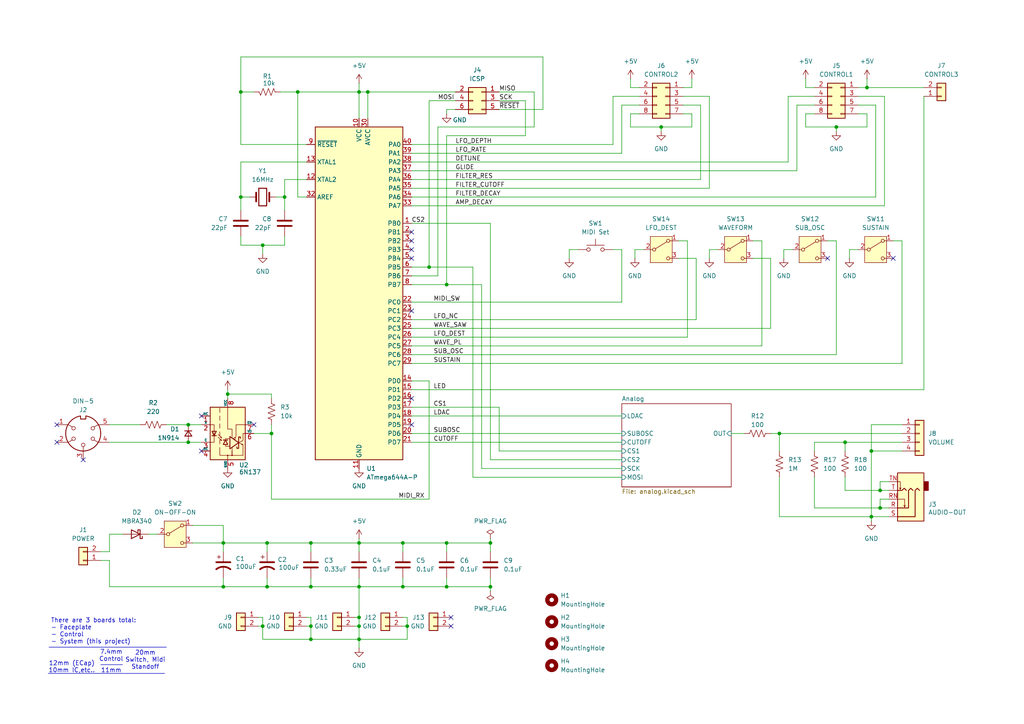
<source format=kicad_sch>
(kicad_sch (version 20250114) (generator "eeschema") (generator_version "9.0")
  (paper "A4")
  (title_block (title "MeeBlip triode w/ TK-421, system (TRI-SYS)") (date "2025-12-30") (rev "1.0") (company "Sparky Bobo Designs") (comment 1 "This project is based upon the MeeBlip anode synthesizer: meeblip.com") (comment 2 "Designed by: J. Grahame, et. all.") (comment 3 "https://creativecommons.org/licenses/by-sa/4.0/") (comment 4 "Released under the Creative Commons Attribution Share-Alike 4.0 License"))
  (lib_symbols
    (symbol "Connector:DIN-5" (pin_names (offset 1.016))
      (property "Reference" "J" (at 3.175 5.715 0))
      (property "Value" "DIN-5" (at 0 -6.35 0))
      (symbol "DIN-5_1_1"
        (pin passive line (at -7.62 2.54 0) (length 2.54) (name "~") (number "2"))
        (pin passive line (at -7.62 -2.54 0) (length 2.54) (name "~") (number "1"))
        (pin passive line (at 0 7.62 270) (length 2.54) (name "~") (number "3"))
        (pin passive line (at 7.62 2.54 180) (length 2.54) (name "~") (number "4"))
        (pin passive line (at 7.62 -2.54 180) (length 2.54) (name "~") (number "5"))
      )
    )
    (symbol "Connector_Audio:AudioJack3_SwitchTR"
      (property "Reference" "J" (at 0 8.89 0))
      (property "Value" "AudioJack3_SwitchTR" (at 0 6.35 0))
      (symbol "AudioJack3_SwitchTR_1_1"
        (pin passive line (at 5.08 2.54 180) (length 2.54) (name "~") (number "S"))
        (pin passive line (at 5.08 0 180) (length 2.54) (name "~") (number "R"))
        (pin passive line (at 5.08 -2.54 180) (length 2.54) (name "~") (number "RN"))
        (pin passive line (at 5.08 -5.08 180) (length 2.54) (name "~") (number "T"))
        (pin passive line (at 5.08 -7.62 180) (length 2.54) (name "~") (number "TN"))
      )
    )
    (symbol "Connector_Generic:Conn_01x02" (pin_names (offset 1.016) (hide yes))
      (property "Reference" "J" (at 0 2.54 0))
      (property "Value" "Conn_01x02" (at 0 -5.08 0))
      (symbol "Conn_01x02_1_1"
        (pin passive line (at -5.08 0 0) (length 3.81) (name "Pin_1") (number "1"))
        (pin passive line (at -5.08 -2.54 0) (length 3.81) (name "Pin_2") (number "2"))
      )
    )
    (symbol "Connector_Generic:Conn_01x04" (pin_names (offset 1.016) (hide yes))
      (property "Reference" "J" (at 0 5.08 0))
      (property "Value" "Conn_01x04" (at 0 -7.62 0))
      (symbol "Conn_01x04_1_1"
        (pin passive line (at -5.08 2.54 0) (length 3.81) (name "Pin_1") (number "1"))
        (pin passive line (at -5.08 0 0) (length 3.81) (name "Pin_2") (number "2"))
        (pin passive line (at -5.08 -2.54 0) (length 3.81) (name "Pin_3") (number "3"))
        (pin passive line (at -5.08 -5.08 0) (length 3.81) (name "Pin_4") (number "4"))
      )
    )
    (symbol "Connector_Generic:Conn_02x03_Odd_Even" (pin_names (offset 1.016) (hide yes))
      (property "Reference" "J" (at 1.27 5.08 0))
      (property "Value" "Conn_02x03_Odd_Even" (at 1.27 -5.08 0))
      (symbol "Conn_02x03_Odd_Even_1_1"
        (pin passive line (at -5.08 2.54 0) (length 3.81) (name "Pin_1") (number "1"))
        (pin passive line (at -5.08 0 0) (length 3.81) (name "Pin_3") (number "3"))
        (pin passive line (at -5.08 -2.54 0) (length 3.81) (name "Pin_5") (number "5"))
        (pin passive line (at 7.62 2.54 180) (length 3.81) (name "Pin_2") (number "2"))
        (pin passive line (at 7.62 0 180) (length 3.81) (name "Pin_4") (number "4"))
        (pin passive line (at 7.62 -2.54 180) (length 3.81) (name "Pin_6") (number "6"))
      )
    )
    (symbol "Connector_Generic:Conn_02x04_Odd_Even" (pin_names (offset 1.016) (hide yes))
      (property "Reference" "J" (at 1.27 5.08 0))
      (property "Value" "Conn_02x04_Odd_Even" (at 1.27 -7.62 0))
      (symbol "Conn_02x04_Odd_Even_1_1"
        (pin passive line (at -5.08 2.54 0) (length 3.81) (name "Pin_1") (number "1"))
        (pin passive line (at -5.08 0 0) (length 3.81) (name "Pin_3") (number "3"))
        (pin passive line (at -5.08 -2.54 0) (length 3.81) (name "Pin_5") (number "5"))
        (pin passive line (at -5.08 -5.08 0) (length 3.81) (name "Pin_7") (number "7"))
        (pin passive line (at 7.62 2.54 180) (length 3.81) (name "Pin_2") (number "2"))
        (pin passive line (at 7.62 0 180) (length 3.81) (name "Pin_4") (number "4"))
        (pin passive line (at 7.62 -2.54 180) (length 3.81) (name "Pin_6") (number "6"))
        (pin passive line (at 7.62 -5.08 180) (length 3.81) (name "Pin_8") (number "8"))
      )
    )
    (symbol "Device:C" (pin_numbers (hide yes)) (pin_names (offset 0.254))
      (property "Reference" "C" (at 0.635 2.54 0))
      (property "Value" "C" (at 0.635 -2.54 0))
      (symbol "C_1_1"
        (pin passive line (at 0 3.81 270) (length 2.794) (name "~") (number "1"))
        (pin passive line (at 0 -3.81 90) (length 2.794) (name "~") (number "2"))
      )
    )
    (symbol "Device:C_Polarized_US" (pin_numbers (hide yes)) (pin_names (offset 0.254) (hide yes))
      (property "Reference" "C" (at 0.635 2.54 0))
      (property "Value" "C_Polarized_US" (at 0.635 -2.54 0))
      (symbol "C_Polarized_US_1_1"
        (pin passive line (at 0 3.81 270) (length 2.794) (name "~") (number "1"))
        (pin passive line (at 0 -3.81 90) (length 3.302) (name "~") (number "2"))
      )
    )
    (symbol "Device:Crystal" (pin_numbers (hide yes)) (pin_names (offset 1.016) (hide yes))
      (property "Reference" "Y" (at 0 3.81 0))
      (property "Value" "Crystal" (at 0 -3.81 0))
      (symbol "Crystal_1_1"
        (pin passive line (at -3.81 0 0) (length 1.27) (name "1") (number "1"))
        (pin passive line (at 3.81 0 180) (length 1.27) (name "2") (number "2"))
      )
    )
    (symbol "Device:D_Small" (pin_numbers (hide yes)) (pin_names (offset 0.254) (hide yes))
      (property "Reference" "D" (at -1.27 2.032 0))
      (property "Value" "D_Small" (at -3.81 -2.032 0))
      (symbol "D_Small_1_1"
        (pin passive line (at -2.54 0 0) (length 1.778) (name "K") (number "1"))
        (pin passive line (at 2.54 0 180) (length 1.778) (name "A") (number "2"))
      )
    )
    (symbol "Device:R_US" (pin_numbers (hide yes)) (pin_names (offset 0))
      (property "Reference" "R" (at 2.54 0 90))
      (property "Value" "R_US" (at -2.54 0 90))
      (symbol "R_US_1_1"
        (pin passive line (at 0 3.81 270) (length 1.27) (name "~") (number "1"))
        (pin passive line (at 0 -3.81 90) (length 1.27) (name "~") (number "2"))
      )
    )
    (symbol "Diode:MBRA340" (pin_numbers (hide yes)) (pin_names (hide yes))
      (property "Reference" "D" (at 0 2.54 0))
      (property "Value" "MBRA340" (at 0 -2.54 0))
      (symbol "MBRA340_1_1"
        (pin passive line (at -3.81 0 0) (length 2.54) (name "K") (number "1"))
        (pin passive line (at 3.81 0 180) (length 2.54) (name "A") (number "2"))
      )
    )
    (symbol "Isolator:6N137" (pin_names (offset 0))
      (property "Reference" "U" (at -4.064 8.89 0))
      (property "Value" "6N137" (at 0 -8.89 0))
      (symbol "6N137_1_1"
        (pin passive line (at -7.62 5.08 0) (length 2.54) (name "NC") (number "1"))
        (pin passive line (at -7.62 2.54 0) (length 2.54) (name "A") (number "2"))
        (pin passive line (at -7.62 -2.54 0) (length 2.54) (name "C") (number "3"))
        (pin passive line (at -7.62 -5.08 0) (length 2.54) (name "NC") (number "4"))
        (pin power_in line (at 0 10.16 270) (length 2.54) (name "VCC") (number "8"))
        (pin power_in line (at 0 -10.16 90) (length 2.54) (name "GND") (number "5"))
        (pin input line (at 7.62 2.54 180) (length 2.54) (name "EN") (number "7"))
        (pin open_collector line (at 7.62 0 180) (length 2.54) (name "VO") (number "6"))
      )
    )
    (symbol "MCU_Microchip_ATmega:ATmega644A-P"
      (property "Reference" "U" (at -12.7 49.53 0))
      (property "Value" "ATmega644A-P" (at 2.54 -49.53 0))
      (symbol "ATmega644A-P_1_1"
        (pin input line (at -15.24 43.18 0) (length 2.54) (name "~{RESET}") (number "9"))
        (pin input line (at -15.24 38.1 0) (length 2.54) (name "XTAL1") (number "13"))
        (pin output line (at -15.24 33.02 0) (length 2.54) (name "XTAL2") (number "12"))
        (pin passive line (at -15.24 27.94 0) (length 2.54) (name "AREF") (number "32"))
        (pin power_in line (at 0 50.8 270) (length 2.54) (name "VCC") (number "10"))
        (pin power_in line (at 0 -50.8 90) (length 2.54) (name "GND") (number "11"))
        (pin passive line (at 0 -50.8 90) (length 2.54) (hide yes) (name "GND") (number "31"))
        (pin power_in line (at 2.54 50.8 270) (length 2.54) (name "AVCC") (number "30"))
        (pin bidirectional line (at 15.24 43.18 180) (length 2.54) (name "PA0") (number "40"))
        (pin bidirectional line (at 15.24 40.64 180) (length 2.54) (name "PA1") (number "39"))
        (pin bidirectional line (at 15.24 38.1 180) (length 2.54) (name "PA2") (number "38"))
        (pin bidirectional line (at 15.24 35.56 180) (length 2.54) (name "PA3") (number "37"))
        (pin bidirectional line (at 15.24 33.02 180) (length 2.54) (name "PA4") (number "36"))
        (pin bidirectional line (at 15.24 30.48 180) (length 2.54) (name "PA5") (number "35"))
        (pin bidirectional line (at 15.24 27.94 180) (length 2.54) (name "PA6") (number "34"))
        (pin bidirectional line (at 15.24 25.4 180) (length 2.54) (name "PA7") (number "33"))
        (pin bidirectional line (at 15.24 20.32 180) (length 2.54) (name "PB0") (number "1"))
        (pin bidirectional line (at 15.24 17.78 180) (length 2.54) (name "PB1") (number "2"))
        (pin bidirectional line (at 15.24 15.24 180) (length 2.54) (name "PB2") (number "3"))
        (pin bidirectional line (at 15.24 12.7 180) (length 2.54) (name "PB3") (number "4"))
        (pin bidirectional line (at 15.24 10.16 180) (length 2.54) (name "PB4") (number "5"))
        (pin bidirectional line (at 15.24 7.62 180) (length 2.54) (name "PB5") (number "6"))
        (pin bidirectional line (at 15.24 5.08 180) (length 2.54) (name "PB6") (number "7"))
        (pin bidirectional line (at 15.24 2.54 180) (length 2.54) (name "PB7") (number "8"))
        (pin bidirectional line (at 15.24 -2.54 180) (length 2.54) (name "PC0") (number "22"))
        (pin bidirectional line (at 15.24 -5.08 180) (length 2.54) (name "PC1") (number "23"))
        (pin bidirectional line (at 15.24 -7.62 180) (length 2.54) (name "PC2") (number "24"))
        (pin bidirectional line (at 15.24 -10.16 180) (length 2.54) (name "PC3") (number "25"))
        (pin bidirectional line (at 15.24 -12.7 180) (length 2.54) (name "PC4") (number "26"))
        (pin bidirectional line (at 15.24 -15.24 180) (length 2.54) (name "PC5") (number "27"))
        (pin bidirectional line (at 15.24 -17.78 180) (length 2.54) (name "PC6") (number "28"))
        (pin bidirectional line (at 15.24 -20.32 180) (length 2.54) (name "PC7") (number "29"))
        (pin bidirectional line (at 15.24 -25.4 180) (length 2.54) (name "PD0") (number "14"))
        (pin bidirectional line (at 15.24 -27.94 180) (length 2.54) (name "PD1") (number "15"))
        (pin bidirectional line (at 15.24 -30.48 180) (length 2.54) (name "PD2") (number "16"))
        (pin bidirectional line (at 15.24 -33.02 180) (length 2.54) (name "PD3") (number "17"))
        (pin bidirectional line (at 15.24 -35.56 180) (length 2.54) (name "PD4") (number "18"))
        (pin bidirectional line (at 15.24 -38.1 180) (length 2.54) (name "PD5") (number "19"))
        (pin bidirectional line (at 15.24 -40.64 180) (length 2.54) (name "PD6") (number "20"))
        (pin bidirectional line (at 15.24 -43.18 180) (length 2.54) (name "PD7") (number "21"))
      )
    )
    (symbol "Mechanical:MountingHole" (pin_names (offset 1.016)) (in_bom no)
      (property "Reference" "H" (at 0 5.08 0))
      (property "Value" "MountingHole" (at 0 3.175 0))
    )
    (symbol "Switch:SW_Push" (pin_numbers (hide yes)) (pin_names (offset 1.016) (hide yes))
      (property "Reference" "SW" (at 1.27 2.54 0))
      (property "Value" "SW_Push" (at 0 -1.524 0))
      (symbol "SW_Push_0_1"
        (pin passive line (at -5.08 0 0) (length 2.54) (name "1") (number "1"))
        (pin passive line (at 5.08 0 180) (length 2.54) (name "2") (number "2"))
      )
    )
    (symbol "Switch:SW_SPDT" (pin_names (offset 0) (hide yes))
      (property "Reference" "SW" (at 0 5.08 0))
      (property "Value" "SW_SPDT" (at 0 -5.08 0))
      (symbol "SW_SPDT_1_1"
        (pin passive line (at -5.08 0 0) (length 2.54) (name "B") (number "2"))
        (pin passive line (at 5.08 2.54 180) (length 2.54) (name "A") (number "1"))
        (pin passive line (at 5.08 -2.54 180) (length 2.54) (name "C") (number "3"))
      )
    )
    (symbol "power:+5V" (power) (pin_numbers (hide yes)) (pin_names (offset 0) (hide yes))
      (property "Value" "+5V" (at 0 3.556 0))
      (symbol "+5V_1_1"
        (pin power_in line (at 0 0 90) (length 0) (name "~") (number "1"))
      )
    )
    (symbol "power:GND" (power) (pin_numbers (hide yes)) (pin_names (offset 0) (hide yes))
      (property "Value" "GND" (at 0 -3.81 0))
      (symbol "GND_1_1"
        (pin power_in line (at 0 0 270) (length 0) (name "~") (number "1"))
      )
    )
    (symbol "power:PWR_FLAG" (power) (pin_numbers (hide yes)) (pin_names (offset 0) (hide yes))
      (property "Value" "PWR_FLAG" (at 0 3.81 0))
      (symbol "PWR_FLAG_0_0"
        (pin power_out line (at 0 0 90) (length 0) (name "~") (number "1"))
      )
    )
  )
  (text "There are 3 boards total:\n- Faceplate\n- Control\n- System (this project)" (at 14.732 183.134 0) (effects (font (size 1.27 1.27)) (justify left)))
  (text "10mm IC,etc.." (at 20.828 194.564 0) (effects (font (size 1.27 1.27))))
  (text "20mm\nSwitch, Midi\nStandoff" (at 42.164 191.516 0) (effects (font (size 1.27 1.27))))
  (text "12mm (ECap)" (at 20.828 192.532 0) (effects (font (size 1.27 1.27))))
  (text "11mm" (at 32.258 194.564 0) (effects (font (size 1.27 1.27))))
  (text "7.4mm\nControl" (at 32.258 190.246 0) (effects (font (size 1.27 1.27))))
  (junction (at 116.84 170.18))
  (junction (at 226.06 125.73))
  (junction (at 129.54 170.18))
  (junction (at 64.77 157.48))
  (junction (at 90.17 157.48))
  (junction (at 78.74 125.73))
  (junction (at 104.14 185.42))
  (junction (at 255.27 142.24))
  (junction (at 90.17 185.42))
  (junction (at 82.55 57.15))
  (junction (at 252.73 130.81))
  (junction (at 69.85 57.15))
  (junction (at 54.61 128.27))
  (junction (at 118.11 181.61))
  (junction (at 54.61 123.19))
  (junction (at 106.68 26.67))
  (junction (at 191.77 36.83))
  (junction (at 76.2 71.12))
  (junction (at 252.73 149.86))
  (junction (at 69.85 26.67))
  (junction (at 104.14 170.18))
  (junction (at 242.57 36.83))
  (junction (at 255.27 147.32))
  (junction (at 129.54 157.48))
  (junction (at 90.17 181.61))
  (junction (at 104.14 179.07))
  (junction (at 90.17 170.18))
  (junction (at 124.46 77.47))
  (junction (at 104.14 26.67))
  (junction (at 245.11 128.27))
  (junction (at 142.24 170.18))
  (junction (at 86.36 26.67))
  (junction (at 129.54 82.55))
  (junction (at 251.46 25.4))
  (junction (at 64.77 170.18))
  (junction (at 77.47 170.18))
  (junction (at 142.24 157.48))
  (junction (at 104.14 181.61))
  (junction (at 66.04 114.3))
  (junction (at 76.2 181.61))
  (junction (at 77.47 157.48))
  (junction (at 116.84 157.48))
  (junction (at 104.14 157.48))
  (no_connect (at 240.03 74.93))
  (no_connect (at 119.38 123.19))
  (no_connect (at 73.66 123.19))
  (no_connect (at 119.38 115.57))
  (no_connect (at 16.51 123.19))
  (no_connect (at 119.38 90.17))
  (no_connect (at 119.38 74.93))
  (no_connect (at 16.51 128.27))
  (no_connect (at 130.81 179.07))
  (no_connect (at 119.38 67.31))
  (no_connect (at 58.42 130.81))
  (no_connect (at 58.42 120.65))
  (no_connect (at 259.08 74.93))
  (no_connect (at 119.38 72.39))
  (no_connect (at 119.38 69.85))
  (no_connect (at 24.13 133.35))
  (no_connect (at 130.81 181.61))
  (wire (pts (xy 226.06 149.86) (xy 252.73 149.86)))
  (wire (pts (xy 77.47 167.64) (xy 77.47 170.18)))
  (wire (pts (xy 104.14 185.42) (xy 104.14 187.96)))
  (wire (pts (xy 104.14 24.13) (xy 104.14 26.67)))
  (wire (pts (xy 64.77 157.48) (xy 64.77 160.02)))
  (wire (pts (xy 191.77 36.83) (xy 200.66 36.83)))
  (wire (pts (xy 74.93 179.07) (xy 76.2 179.07)))
  (wire (pts (xy 205.74 72.39) (xy 205.74 74.93)))
  (wire (pts (xy 182.88 22.86) (xy 182.88 25.4)))
  (wire (pts (xy 119.38 118.11) (xy 144.78 118.11)))
  (wire (pts (xy 255.27 142.24) (xy 257.81 142.24)))
  (wire (pts (xy 119.38 95.25) (xy 223.52 95.25)))
  (wire (pts (xy 129.54 167.64) (xy 129.54 170.18)))
  (wire (pts (xy 252.73 149.86) (xy 252.73 151.13)))
  (wire (pts (xy 124.46 110.49) (xy 124.46 144.78)))
  (wire (pts (xy 64.77 167.64) (xy 64.77 170.18)))
  (wire (pts (xy 252.73 130.81) (xy 252.73 149.86)))
  (wire (pts (xy 144.78 118.11) (xy 144.78 130.81)))
  (wire (pts (xy 119.38 105.41) (xy 261.62 105.41)))
  (wire (pts (xy 116.84 179.07) (xy 118.11 179.07)))
  (wire (pts (xy 119.38 120.65) (xy 180.34 120.65)))
  (wire (pts (xy 129.54 39.37) (xy 152.4 39.37)))
  (wire (pts (xy 142.24 64.77) (xy 142.24 133.35)))
  (wire (pts (xy 31.75 128.27) (xy 54.61 128.27)))
  (wire (pts (xy 139.7 135.89) (xy 180.34 135.89)))
  (wire (pts (xy 69.85 41.91) (xy 88.9 41.91)))
  (wire (pts (xy 104.14 26.67) (xy 104.14 34.29)))
  (wire (pts (xy 119.38 82.55) (xy 129.54 82.55)))
  (wire (pts (xy 129.54 82.55) (xy 139.7 82.55)))
  (wire (pts (xy 48.26 123.19) (xy 54.61 123.19)))
  (wire (pts (xy 119.38 46.99) (xy 228.6 46.99)))
  (wire (pts (xy 256.54 27.94) (xy 256.54 59.69)))
  (wire (pts (xy 142.24 133.35) (xy 180.34 133.35)))
  (wire (pts (xy 231.14 30.48) (xy 236.22 30.48)))
  (wire (pts (xy 90.17 185.42) (xy 104.14 185.42)))
  (wire (pts (xy 180.34 30.48) (xy 180.34 44.45)))
  (wire (pts (xy 119.38 57.15) (xy 254 57.15)))
  (wire (pts (xy 236.22 128.27) (xy 236.22 130.81)))
  (wire (pts (xy 119.38 59.69) (xy 256.54 59.69)))
  (wire (pts (xy 198.12 30.48) (xy 203.2 30.48)))
  (wire (pts (xy 119.38 49.53) (xy 231.14 49.53)))
  (wire (pts (xy 102.87 179.07) (xy 104.14 179.07)))
  (wire (pts (xy 116.84 170.18) (xy 129.54 170.18)))
  (wire (pts (xy 236.22 147.32) (xy 255.27 147.32)))
  (wire (pts (xy 251.46 25.4) (xy 267.97 25.4)))
  (wire (pts (xy 251.46 33.02) (xy 251.46 36.83)))
  (wire (pts (xy 90.17 157.48) (xy 104.14 157.48)))
  (wire (pts (xy 80.01 57.15) (xy 82.55 57.15)))
  (wire (pts (xy 246.38 72.39) (xy 246.38 74.93)))
  (wire (pts (xy 267.97 27.94) (xy 267.97 113.03)))
  (wire (pts (xy 129.54 157.48) (xy 129.54 160.02)))
  (wire (pts (xy 142.24 157.48) (xy 142.24 160.02)))
  (wire (pts (xy 82.55 52.07) (xy 82.55 57.15)))
  (wire (pts (xy 104.14 167.64) (xy 104.14 170.18)))
  (wire (pts (xy 252.73 123.19) (xy 252.73 130.81)))
  (wire (pts (xy 69.85 68.58) (xy 69.85 71.12)))
  (wire (pts (xy 119.38 54.61) (xy 205.74 54.61)))
  (wire (pts (xy 144.78 29.21) (xy 152.4 29.21)))
  (polyline (pts (xy 14.224 187.706) (xy 48.26 187.706)))
  (wire (pts (xy 196.85 74.93) (xy 201.93 74.93)))
  (wire (pts (xy 142.24 170.18) (xy 142.24 171.45)))
  (polyline (pts (xy 29.21 192.786) (xy 35.56 192.786)))
  (wire (pts (xy 86.36 26.67) (xy 86.36 57.15)))
  (wire (pts (xy 104.14 185.42) (xy 118.11 185.42)))
  (wire (pts (xy 245.11 128.27) (xy 261.62 128.27)))
  (wire (pts (xy 118.11 181.61) (xy 118.11 185.42)))
  (wire (pts (xy 43.18 154.94) (xy 45.72 154.94)))
  (wire (pts (xy 77.47 157.48) (xy 77.47 160.02)))
  (wire (pts (xy 69.85 16.51) (xy 69.85 26.67)))
  (wire (pts (xy 119.38 113.03) (xy 267.97 113.03)))
  (wire (pts (xy 252.73 130.81) (xy 261.62 130.81)))
  (wire (pts (xy 142.24 156.21) (xy 142.24 157.48)))
  (wire (pts (xy 182.88 33.02) (xy 182.88 36.83)))
  (wire (pts (xy 203.2 30.48) (xy 203.2 52.07)))
  (wire (pts (xy 31.75 154.94) (xy 31.75 160.02)))
  (wire (pts (xy 233.68 33.02) (xy 236.22 33.02)))
  (wire (pts (xy 154.94 26.67) (xy 154.94 36.83)))
  (wire (pts (xy 191.77 36.83) (xy 191.77 38.1)))
  (wire (pts (xy 144.78 31.75) (xy 157.48 31.75)))
  (wire (pts (xy 116.84 167.64) (xy 116.84 170.18)))
  (wire (pts (xy 106.68 26.67) (xy 132.08 26.67)))
  (wire (pts (xy 180.34 30.48) (xy 185.42 30.48)))
  (wire (pts (xy 139.7 82.55) (xy 139.7 135.89)))
  (wire (pts (xy 119.38 97.79) (xy 199.39 97.79)))
  (wire (pts (xy 137.16 77.47) (xy 137.16 138.43)))
  (wire (pts (xy 227.33 72.39) (xy 227.33 74.93)))
  (wire (pts (xy 69.85 46.99) (xy 69.85 57.15)))
  (wire (pts (xy 152.4 29.21) (xy 152.4 39.37)))
  (wire (pts (xy 88.9 179.07) (xy 90.17 179.07)))
  (wire (pts (xy 124.46 29.21) (xy 132.08 29.21)))
  (wire (pts (xy 86.36 26.67) (xy 104.14 26.67)))
  (wire (pts (xy 76.2 181.61) (xy 76.2 185.42)))
  (wire (pts (xy 177.8 27.94) (xy 177.8 41.91)))
  (wire (pts (xy 88.9 181.61) (xy 90.17 181.61)))
  (wire (pts (xy 31.75 162.56) (xy 31.75 170.18)))
  (wire (pts (xy 69.85 26.67) (xy 69.85 41.91)))
  (wire (pts (xy 118.11 179.07) (xy 118.11 181.61)))
  (wire (pts (xy 78.74 123.19) (xy 78.74 125.73)))
  (wire (pts (xy 218.44 74.93) (xy 223.52 74.93)))
  (wire (pts (xy 69.85 57.15) (xy 69.85 60.96)))
  (wire (pts (xy 242.57 36.83) (xy 242.57 38.1)))
  (wire (pts (xy 233.68 36.83) (xy 242.57 36.83)))
  (wire (pts (xy 228.6 27.94) (xy 228.6 46.99)))
  (wire (pts (xy 102.87 181.61) (xy 104.14 181.61)))
  (wire (pts (xy 255.27 139.7) (xy 257.81 139.7)))
  (polyline (pts (xy 13.97 195.326) (xy 47.752 195.326)))
  (wire (pts (xy 245.11 128.27) (xy 245.11 130.81)))
  (wire (pts (xy 223.52 125.73) (xy 226.06 125.73)))
  (wire (pts (xy 104.14 181.61) (xy 104.14 185.42)))
  (wire (pts (xy 90.17 170.18) (xy 77.47 170.18)))
  (wire (pts (xy 116.84 181.61) (xy 118.11 181.61)))
  (wire (pts (xy 248.92 30.48) (xy 254 30.48)))
  (wire (pts (xy 220.98 69.85) (xy 220.98 100.33)))
  (wire (pts (xy 165.1 72.39) (xy 167.64 72.39)))
  (wire (pts (xy 69.85 71.12) (xy 76.2 71.12)))
  (wire (pts (xy 242.57 36.83) (xy 251.46 36.83)))
  (wire (pts (xy 119.38 92.71) (xy 201.93 92.71)))
  (wire (pts (xy 254 30.48) (xy 254 57.15)))
  (wire (pts (xy 76.2 71.12) (xy 82.55 71.12)))
  (wire (pts (xy 233.68 25.4) (xy 236.22 25.4)))
  (wire (pts (xy 77.47 157.48) (xy 90.17 157.48)))
  (wire (pts (xy 233.68 33.02) (xy 233.68 36.83)))
  (wire (pts (xy 200.66 22.86) (xy 200.66 25.4)))
  (wire (pts (xy 201.93 74.93) (xy 201.93 92.71)))
  (wire (pts (xy 90.17 179.07) (xy 90.17 181.61)))
  (wire (pts (xy 245.11 142.24) (xy 255.27 142.24)))
  (wire (pts (xy 104.14 156.21) (xy 104.14 157.48)))
  (wire (pts (xy 184.15 72.39) (xy 186.69 72.39)))
  (wire (pts (xy 177.8 27.94) (xy 185.42 27.94)))
  (wire (pts (xy 231.14 30.48) (xy 231.14 49.53)))
  (wire (pts (xy 104.14 170.18) (xy 90.17 170.18)))
  (wire (pts (xy 129.54 170.18) (xy 142.24 170.18)))
  (wire (pts (xy 31.75 123.19) (xy 40.64 123.19)))
  (wire (pts (xy 198.12 25.4) (xy 200.66 25.4)))
  (wire (pts (xy 245.11 138.43) (xy 245.11 142.24)))
  (wire (pts (xy 116.84 157.48) (xy 129.54 157.48)))
  (wire (pts (xy 246.38 72.39) (xy 248.92 72.39)))
  (wire (pts (xy 184.15 72.39) (xy 184.15 74.93)))
  (wire (pts (xy 236.22 128.27) (xy 245.11 128.27)))
  (wire (pts (xy 255.27 144.78) (xy 257.81 144.78)))
  (wire (pts (xy 226.06 125.73) (xy 226.06 130.81)))
  (wire (pts (xy 69.85 26.67) (xy 73.66 26.67)))
  (wire (pts (xy 236.22 138.43) (xy 236.22 147.32)))
  (wire (pts (xy 104.14 157.48) (xy 116.84 157.48)))
  (wire (pts (xy 119.38 77.47) (xy 124.46 77.47)))
  (wire (pts (xy 69.85 16.51) (xy 157.48 16.51)))
  (wire (pts (xy 165.1 72.39) (xy 165.1 74.93)))
  (wire (pts (xy 64.77 152.4) (xy 64.77 157.48)))
  (wire (pts (xy 240.03 69.85) (xy 242.57 69.85)))
  (wire (pts (xy 119.38 128.27) (xy 180.34 128.27)))
  (wire (pts (xy 55.88 157.48) (xy 64.77 157.48)))
  (wire (pts (xy 200.66 33.02) (xy 200.66 36.83)))
  (wire (pts (xy 119.38 44.45) (xy 180.34 44.45)))
  (wire (pts (xy 90.17 167.64) (xy 90.17 170.18)))
  (wire (pts (xy 82.55 68.58) (xy 82.55 71.12)))
  (wire (pts (xy 129.54 31.75) (xy 129.54 33.02)))
  (wire (pts (xy 29.21 162.56) (xy 31.75 162.56)))
  (wire (pts (xy 66.04 114.3) (xy 78.74 114.3)))
  (wire (pts (xy 199.39 69.85) (xy 199.39 97.79)))
  (wire (pts (xy 226.06 138.43) (xy 226.06 149.86)))
  (wire (pts (xy 76.2 185.42) (xy 90.17 185.42)))
  (wire (pts (xy 144.78 26.67) (xy 154.94 26.67)))
  (wire (pts (xy 227.33 72.39) (xy 229.87 72.39)))
  (wire (pts (xy 119.38 64.77) (xy 142.24 64.77)))
  (wire (pts (xy 119.38 80.01) (xy 127 80.01)))
  (wire (pts (xy 119.38 102.87) (xy 242.57 102.87)))
  (wire (pts (xy 73.66 125.73) (xy 78.74 125.73)))
  (wire (pts (xy 104.14 179.07) (xy 104.14 181.61)))
  (wire (pts (xy 106.68 26.67) (xy 106.68 34.29)))
  (wire (pts (xy 177.8 72.39) (xy 180.34 72.39)))
  (wire (pts (xy 90.17 157.48) (xy 90.17 160.02)))
  (wire (pts (xy 81.28 26.67) (xy 86.36 26.67)))
  (wire (pts (xy 119.38 125.73) (xy 180.34 125.73)))
  (wire (pts (xy 218.44 69.85) (xy 220.98 69.85)))
  (wire (pts (xy 144.78 130.81) (xy 180.34 130.81)))
  (wire (pts (xy 142.24 167.64) (xy 142.24 170.18)))
  (wire (pts (xy 119.38 100.33) (xy 220.98 100.33)))
  (wire (pts (xy 69.85 46.99) (xy 88.9 46.99)))
  (wire (pts (xy 66.04 113.03) (xy 66.04 114.3)))
  (wire (pts (xy 66.04 114.3) (xy 66.04 115.57)))
  (wire (pts (xy 198.12 33.02) (xy 200.66 33.02)))
  (wire (pts (xy 82.55 57.15) (xy 82.55 60.96)))
  (wire (pts (xy 255.27 139.7) (xy 255.27 142.24)))
  (wire (pts (xy 124.46 29.21) (xy 124.46 77.47)))
  (wire (pts (xy 104.14 170.18) (xy 116.84 170.18)))
  (wire (pts (xy 55.88 152.4) (xy 64.77 152.4)))
  (wire (pts (xy 248.92 33.02) (xy 251.46 33.02)))
  (wire (pts (xy 259.08 69.85) (xy 261.62 69.85)))
  (wire (pts (xy 116.84 157.48) (xy 116.84 160.02)))
  (wire (pts (xy 29.21 160.02) (xy 31.75 160.02)))
  (wire (pts (xy 104.14 26.67) (xy 106.68 26.67)))
  (wire (pts (xy 261.62 69.85) (xy 261.62 105.41)))
  (wire (pts (xy 78.74 125.73) (xy 78.74 144.78)))
  (wire (pts (xy 198.12 27.94) (xy 205.74 27.94)))
  (wire (pts (xy 182.88 33.02) (xy 185.42 33.02)))
  (wire (pts (xy 104.14 157.48) (xy 104.14 160.02)))
  (wire (pts (xy 31.75 170.18) (xy 64.77 170.18)))
  (wire (pts (xy 180.34 72.39) (xy 180.34 87.63)))
  (wire (pts (xy 182.88 36.83) (xy 191.77 36.83)))
  (wire (pts (xy 90.17 181.61) (xy 90.17 185.42)))
  (wire (pts (xy 31.75 154.94) (xy 35.56 154.94)))
  (wire (pts (xy 212.09 125.73) (xy 215.9 125.73)))
  (wire (pts (xy 119.38 110.49) (xy 124.46 110.49)))
  (wire (pts (xy 127 36.83) (xy 127 80.01)))
  (wire (pts (xy 64.77 157.48) (xy 77.47 157.48)))
  (wire (pts (xy 82.55 52.07) (xy 88.9 52.07)))
  (wire (pts (xy 233.68 22.86) (xy 233.68 25.4)))
  (wire (pts (xy 205.74 27.94) (xy 205.74 54.61)))
  (wire (pts (xy 248.92 25.4) (xy 251.46 25.4)))
  (wire (pts (xy 242.57 69.85) (xy 242.57 102.87)))
  (wire (pts (xy 129.54 39.37) (xy 129.54 82.55)))
  (wire (pts (xy 196.85 69.85) (xy 199.39 69.85)))
  (wire (pts (xy 69.85 57.15) (xy 72.39 57.15)))
  (wire (pts (xy 248.92 27.94) (xy 256.54 27.94)))
  (wire (pts (xy 252.73 149.86) (xy 257.81 149.86)))
  (wire (pts (xy 226.06 125.73) (xy 261.62 125.73)))
  (wire (pts (xy 255.27 147.32) (xy 257.81 147.32)))
  (wire (pts (xy 255.27 144.78) (xy 255.27 147.32)))
  (wire (pts (xy 86.36 57.15) (xy 88.9 57.15)))
  (wire (pts (xy 157.48 16.51) (xy 157.48 31.75)))
  (wire (pts (xy 228.6 27.94) (xy 236.22 27.94)))
  (wire (pts (xy 251.46 22.86) (xy 251.46 25.4)))
  (wire (pts (xy 129.54 31.75) (xy 132.08 31.75)))
  (wire (pts (xy 78.74 144.78) (xy 124.46 144.78)))
  (wire (pts (xy 104.14 170.18) (xy 104.14 179.07)))
  (wire (pts (xy 54.61 128.27) (xy 58.42 128.27)))
  (wire (pts (xy 119.38 87.63) (xy 180.34 87.63)))
  (wire (pts (xy 252.73 123.19) (xy 261.62 123.19)))
  (wire (pts (xy 223.52 74.93) (xy 223.52 95.25)))
  (wire (pts (xy 64.77 170.18) (xy 77.47 170.18)))
  (wire (pts (xy 119.38 52.07) (xy 203.2 52.07)))
  (wire (pts (xy 182.88 25.4) (xy 185.42 25.4)))
  (wire (pts (xy 127 36.83) (xy 154.94 36.83)))
  (wire (pts (xy 78.74 114.3) (xy 78.74 115.57)))
  (wire (pts (xy 129.54 157.48) (xy 142.24 157.48)))
  (wire (pts (xy 119.38 41.91) (xy 177.8 41.91)))
  (wire (pts (xy 137.16 138.43) (xy 180.34 138.43)))
  (wire (pts (xy 124.46 77.47) (xy 137.16 77.47)))
  (wire (pts (xy 76.2 71.12) (xy 76.2 73.66)))
  (wire (pts (xy 74.93 181.61) (xy 76.2 181.61)))
  (wire (pts (xy 54.61 123.19) (xy 58.42 123.19)))
  (wire (pts (xy 76.2 179.07) (xy 76.2 181.61)))
  (wire (pts (xy 205.74 72.39) (xy 208.28 72.39)))
  (label "DETUNE" (at 132.08 46.99 0))
  (label "LFO_NC" (at 125.73 92.71 0))
  (label "~{RESET}" (at 144.78 31.75 0))
  (label "AMP_DECAY" (at 132.08 59.69 0))
  (label "GLIDE" (at 132.08 49.53 0))
  (label "FILTER_CUTOFF" (at 132.08 54.61 0))
  (label "MOSI" (at 127 29.21 0))
  (label "MIDI_SW" (at 125.73 87.63 0))
  (label "SUSTAIN" (at 125.73 105.41 0))
  (label "SCK" (at 144.78 29.21 0))
  (label "FILTER_RES" (at 132.08 52.07 0))
  (label "LDAC" (at 125.73 120.65 0))
  (label "LFO_DEST" (at 125.73 97.79 0))
  (label "MISO" (at 144.78 26.67 0))
  (label "CS1" (at 125.73 118.11 0))
  (label "FILTER_DECAY" (at 132.08 57.15 0))
  (label "LED" (at 125.73 113.03 0))
  (label "CS2" (at 119.38 64.77 0))
  (label "WAVE_SAW" (at 125.73 95.25 0))
  (label "LFO_DEPTH" (at 132.08 41.91 0))
  (label "SUB_OSC" (at 125.73 102.87 0))
  (label "SUBOSC" (at 125.73 125.73 0))
  (label "MIDI_RX" (at 115.57 144.78 0))
  (label "CUTOFF" (at 125.73 128.27 0))
  (label "WAVE_PL" (at 125.73 100.33 0))
  (label "LFO_RATE" (at 132.08 44.45 0))
  (symbol (lib_id "power:+5V") (at 200.66 22.86 0) (unit 1)
    (property "Reference" "#PWR044" (effects (hide yes)))
    (property "Value" "+5V" (at 200.66 17.78 0))
    (property "Description" "Power symbol creates a global label with name \"+5V\"" (effects (hide yes)))
  )
  (symbol (lib_id "power:+5V") (at 104.14 24.13 0) (unit 1)
    (property "Reference" "#PWR03" (effects (hide yes)))
    (property "Value" "+5V" (at 104.14 19.05 0))
    (property "Description" "Power symbol creates a global label with name \"+5V\"" (effects (hide yes)))
  )
  (symbol (lib_id "power:GND") (at 165.1 74.93 0) (unit 1)
    (property "Reference" "#PWR029" (effects (hide yes)))
    (property "Value" "GND" (at 165.1 80.01 0))
    (property "Description" "Power symbol creates a global label with name \"GND\" , ground" (effects (hide yes)))
  )
  (symbol (lib_id "Device:C") (at 129.54 163.83 0) (unit 1)
    (property "Reference" "C6" (at 133.35 162.5599 0) (effects (justify left)))
    (property "Value" "0.1uF" (at 133.35 165.0999 0) (effects (justify left)))
    (property "Footprint" "Capacitor_THT:C_Rect_L7.2mm_W3.0mm_P5.00mm_FKS2_FKP2_MKS2_MKP2" (effects (hide yes)))
    (property "Description" "Unpolarized capacitor" (effects (hide yes)))
  )
  (symbol (lib_id "power:GND") (at 129.54 33.02 0) (unit 1)
    (property "Reference" "#PWR08" (effects (hide yes)))
    (property "Value" "GND" (at 133.35 34.798 0))
    (property "Description" "Power symbol creates a global label with name \"GND\" , ground" (effects (hide yes)))
  )
  (symbol (lib_id "Device:R_US") (at 44.45 123.19 90) (unit 1)
    (property "Reference" "R2" (at 44.45 116.84 90))
    (property "Value" "220" (at 44.45 119.38 90))
    (property "Footprint" "Resistor_THT:R_Axial_DIN0207_L6.3mm_D2.5mm_P10.16mm_Horizontal" (effects (hide yes)))
    (property "Description" "Resistor, US symbol" (effects (hide yes)))
  )
  (symbol (lib_id "Device:C_Polarized_US") (at 64.77 163.83 0) (unit 1)
    (property "Reference" "C1" (at 68.326 162.052 0) (effects (justify left)))
    (property "Value" "100uF" (at 68.326 164.338 0) (effects (justify left)))
    (property "Footprint" "Capacitor_THT:CP_Radial_D5.0mm_P2.00mm" (effects (hide yes)))
    (property "Description" "Polarized capacitor, US symbol" (effects (hide yes)))
  )
  (symbol (lib_id "power:+5V") (at 182.88 22.86 0) (unit 1)
    (property "Reference" "#PWR045" (effects (hide yes)))
    (property "Value" "+5V" (at 182.88 17.78 0))
    (property "Description" "Power symbol creates a global label with name \"+5V\"" (effects (hide yes)))
  )
  (symbol (lib_id "power:+5V") (at 233.68 22.86 0) (unit 1)
    (property "Reference" "#PWR035" (effects (hide yes)))
    (property "Value" "+5V" (at 233.68 17.78 0))
    (property "Description" "Power symbol creates a global label with name \"+5V\"" (effects (hide yes)))
  )
  (symbol (lib_id "power:GND") (at 227.33 74.93 0) (unit 1)
    (property "Reference" "#PWR026" (effects (hide yes)))
    (property "Value" "GND" (at 227.33 80.01 0))
    (property "Description" "Power symbol creates a global label with name \"GND\" , ground" (effects (hide yes)))
  )
  (symbol (lib_id "Device:Crystal") (at 76.2 57.15 0) (unit 1)
    (property "Reference" "Y1" (at 76.2 49.53 0))
    (property "Value" "16MHz" (at 76.2 52.07 0))
    (property "Footprint" "Crystal:Crystal_HC49-U_Vertical" (effects (hide yes)))
    (property "Description" "Two pin crystal" (effects (hide yes)))
  )
  (symbol (lib_id "power:PWR_FLAG") (at 142.24 156.21 0) (unit 1)
    (property "Reference" "#FLG01" (effects (hide yes)))
    (property "Value" "PWR_FLAG" (at 142.24 151.13 0))
    (property "Description" "Special symbol for telling ERC where power comes from" (effects (hide yes)))
  )
  (symbol (lib_id "Switch:SW_SPDT") (at 254 72.39 0) (unit 1)
    (property "Reference" "SW11" (at 254 63.5 0))
    (property "Value" "SUSTAIN" (at 254 66.04 0))
    (property "Footprint" "meeblip:ESWITCH_100_SPDT_M1" (effects (hide yes)))
    (property "Description" "Switch, single pole double throw" (effects (hide yes)))
  )
  (symbol (lib_id "Connector_Generic:Conn_01x02") (at 97.79 179.07 0) (mirror y) (unit 1)
    (property "Reference" "J11" (at 95.25 179.0699 0) (effects (justify left)))
    (property "Value" "GND" (at 95.25 181.6099 0) (effects (justify left)))
    (property "Footprint" "Connector_PinHeader_2.54mm:PinHeader_1x02_P2.54mm_Vertical" (effects (hide yes)))
    (property "Description" "Generic connector, single row, 01x02, script generated (kicad-library-utils/schlib/autogen/connector/)" (effects (hide yes)))
  )
  (symbol (lib_id "power:+5V") (at 251.46 22.86 0) (unit 1)
    (property "Reference" "#PWR030" (effects (hide yes)))
    (property "Value" "+5V" (at 251.46 17.78 0))
    (property "Description" "Power symbol creates a global label with name \"+5V\"" (effects (hide yes)))
  )
  (symbol (lib_id "Diode:MBRA340") (at 39.37 154.94 180) (unit 1)
    (property "Reference" "D2" (at 39.6875 148.59 0))
    (property "Value" "MBRA340" (at 39.6875 151.13 0))
    (property "Footprint" "Diode_SMD:D_SMA_Handsoldering" (effects (hide yes)))
    (property "Datasheet" "https://www.onsemi.com/pub/Collateral/MBRA340T3-D.PDF" (effects (hide yes)))
    (property "Description" "40V 3A Schottky Barrier Rectifier Diode, SMA(DO-214AC)" (effects (hide yes)))
  )
  (symbol (lib_id "power:GND") (at 246.38 74.93 0) (unit 1)
    (property "Reference" "#PWR025" (effects (hide yes)))
    (property "Value" "GND" (at 246.38 80.01 0))
    (property "Description" "Power symbol creates a global label with name \"GND\" , ground" (effects (hide yes)))
  )
  (symbol (lib_id "Device:C") (at 82.55 64.77 0) (mirror y) (unit 1)
    (property "Reference" "C8" (at 78.74 63.4999 0) (effects (justify left)))
    (property "Value" "22pF" (at 78.74 66.0399 0) (effects (justify left)))
    (property "Footprint" "Capacitor_THT:C_Rect_L7.2mm_W3.0mm_P5.00mm_FKS2_FKP2_MKS2_MKP2" (effects (hide yes)))
    (property "Description" "Unpolarized capacitor" (effects (hide yes)))
  )
  (symbol (lib_id "Connector_Generic:Conn_01x02") (at 111.76 179.07 0) (mirror y) (unit 1)
    (property "Reference" "J12" (at 109.22 179.0699 0) (effects (justify left)))
    (property "Value" "GND" (at 109.22 181.6099 0) (effects (justify left)))
    (property "Footprint" "Connector_PinHeader_2.54mm:PinHeader_1x02_P2.54mm_Vertical" (effects (hide yes)))
    (property "Description" "Generic connector, single row, 01x02, script generated (kicad-library-utils/schlib/autogen/connector/)" (effects (hide yes)))
  )
  (symbol (lib_id "Device:R_US") (at 77.47 26.67 270) (mirror x) (unit 1)
    (property "Reference" "R1" (at 76.2 22.098 90) (effects (justify left)))
    (property "Value" "10k" (at 76.2 24.13 90) (effects (justify left)))
    (property "Footprint" "Resistor_SMD:R_1206_3216Metric_Pad1.30x1.75mm_HandSolder" (effects (hide yes)))
    (property "Description" "Resistor, US symbol" (effects (hide yes)))
  )
  (symbol (lib_id "Connector_Audio:AudioJack3_SwitchTR") (at 262.89 147.32 180) (unit 1)
    (property "Reference" "J3" (at 269.24 146.304 0) (effects (justify right)))
    (property "Value" "AUDIO-OUT" (at 269.24 148.59 0) (effects (justify right)))
    (property "Footprint" "meeblip:Jack_3.5mm_Adafruit_1699_Horizontal" (effects (hide yes)))
    (property "Description" "Audio Jack, 3 Poles (Stereo / TRS), Switched TR Poles (Normalling)" (effects (hide yes)))
  )
  (symbol (lib_id "Device:D_Small") (at 54.61 125.73 90) (mirror x) (unit 1)
    (property "Reference" "D1" (at 52.07 124.4599 90) (effects (justify left)))
    (property "Value" "1N914" (at 52.07 126.9999 90) (effects (justify left)))
    (property "Footprint" "Diode_THT:D_DO-35_SOD27_P10.16mm_Horizontal" (effects (hide yes)))
    (property "Description" "Diode, small symbol" (effects (hide yes)))
    (property "Sim.Device" "D" (effects (hide yes)))
    (property "Sim.Pins" "1=K 2=A" (effects (hide yes)))
  )
  (symbol (lib_id "Mechanical:MountingHole") (at 160.02 193.04 0) (unit 1) (in_bom no)
    (property "Reference" "H4" (at 162.56 191.7699 0) (effects (justify left)))
    (property "Value" "MountingHole" (at 162.56 194.3099 0) (effects (justify left)))
    (property "Footprint" "MountingHole:MountingHole_3mm" (effects (hide yes)))
    (property "Description" "Mounting Hole without connection" (effects (hide yes)))
  )
  (symbol (lib_id "Device:R_US") (at 226.06 134.62 0) (unit 1)
    (property "Reference" "R13" (at 228.6 133.3499 0) (effects (justify left)))
    (property "Value" "1M" (at 228.6 135.8899 0) (effects (justify left)))
    (property "Footprint" "Resistor_THT:R_Axial_DIN0207_L6.3mm_D2.5mm_P10.16mm_Horizontal" (effects (hide yes)))
    (property "Description" "Resistor, US symbol" (effects (hide yes)))
  )
  (symbol (lib_id "Connector:DIN-5") (at 24.13 125.73 0) (mirror x) (unit 1)
    (property "Reference" "J2" (at 24.13 118.872 0))
    (property "Value" "DIN-5" (at 24.13 116.332 0))
    (property "Footprint" "meeblip:MIDI_DIN_5" (effects (hide yes)))
    (property "Datasheet" "http://www.mouser.com/ds/2/18/40_c091_abd_e-75918.pdf" (effects (hide yes)))
    (property "Description" "5-pin DIN connector" (effects (hide yes)))
  )
  (symbol (lib_id "Connector_Generic:Conn_02x03_Odd_Even") (at 139.7 29.21 0) (mirror y) (unit 1)
    (property "Reference" "J4" (at 138.43 20.32 0))
    (property "Value" "ICSP" (at 138.43 22.86 0))
    (property "Footprint" "Connector_PinHeader_2.54mm:PinHeader_2x03_P2.54mm_Vertical" (effects (hide yes)))
    (property "Description" "Generic connector, double row, 02x03, odd/even pin numbering scheme (row 1 odd numbers, row 2 even numbers), script generated (kicad-library-utils/schlib/autogen/connector/)" (effects (hide yes)))
  )
  (symbol (lib_id "MCU_Microchip_ATmega:ATmega644A-P") (at 104.14 85.09 0) (unit 1)
    (property "Reference" "U1" (at 106.2833 135.89 0) (effects (justify left)))
    (property "Value" "ATmega644A-P" (at 106.2833 138.43 0) (effects (justify left)))
    (property "Footprint" "Package_DIP:DIP-40_W15.24mm" (effects (hide yes)))
    (property "Datasheet" "http://ww1.microchip.com/downloads/en/DeviceDoc/Atmel-8272-8-bit-AVR-microcontroller-ATmega164A_PA-324A_PA-644A_PA-1284_P_datasheet.pdf" (effects (hide yes)))
    (property "Description" "20MHz, 64kB Flash, 4kB SRAM, 2kB EEPROM, JTAG, DIP-40" (effects (hide yes)))
  )
  (symbol (lib_id "Device:C") (at 90.17 163.83 0) (unit 1)
    (property "Reference" "C3" (at 93.98 162.5599 0) (effects (justify left)))
    (property "Value" "0.33uF" (at 93.98 165.0999 0) (effects (justify left)))
    (property "Footprint" "Capacitor_THT:C_Rect_L7.2mm_W3.0mm_P5.00mm_FKS2_FKP2_MKS2_MKP2" (effects (hide yes)))
    (property "Description" "Unpolarized capacitor" (effects (hide yes)))
  )
  (symbol (lib_id "power:+5V") (at 66.04 113.03 0) (unit 1)
    (property "Reference" "#PWR06" (effects (hide yes)))
    (property "Value" "+5V" (at 66.04 107.95 0))
    (property "Description" "Power symbol creates a global label with name \"+5V\"" (effects (hide yes)))
  )
  (symbol (lib_id "Switch:SW_SPDT") (at 213.36 72.39 0) (unit 1)
    (property "Reference" "SW13" (at 213.36 63.5 0))
    (property "Value" "WAVEFORM" (at 213.36 66.04 0))
    (property "Footprint" "meeblip:ESWITCH_100_SPDT_M1" (effects (hide yes)))
    (property "Description" "Switch, single pole double throw" (effects (hide yes)))
  )
  (symbol (lib_id "power:GND") (at 184.15 74.93 0) (unit 1)
    (property "Reference" "#PWR028" (effects (hide yes)))
    (property "Value" "GND" (at 184.15 80.01 0))
    (property "Description" "Power symbol creates a global label with name \"GND\" , ground" (effects (hide yes)))
  )
  (symbol (lib_id "Device:C") (at 142.24 163.83 0) (unit 1)
    (property "Reference" "C9" (at 146.05 162.5599 0) (effects (justify left)))
    (property "Value" "0.1uF" (at 146.05 165.0999 0) (effects (justify left)))
    (property "Footprint" "Capacitor_THT:C_Rect_L7.2mm_W3.0mm_P5.00mm_FKS2_FKP2_MKS2_MKP2" (effects (hide yes)))
    (property "Description" "Unpolarized capacitor" (effects (hide yes)))
  )
  (symbol (lib_id "Connector_Generic:Conn_01x04") (at 266.7 125.73 0) (unit 1)
    (property "Reference" "J8" (at 269.24 125.7299 0) (effects (justify left)))
    (property "Value" "VOLUME" (at 269.24 128.2699 0) (effects (justify left)))
    (property "Footprint" "Connector_PinHeader_2.54mm:PinHeader_1x04_P2.54mm_Vertical" (effects (hide yes)))
    (property "Description" "Generic connector, single row, 01x04, script generated (kicad-library-utils/schlib/autogen/connector/)" (effects (hide yes)))
  )
  (symbol (lib_id "power:+5V") (at 104.14 156.21 0) (unit 1)
    (property "Reference" "#PWR02" (effects (hide yes)))
    (property "Value" "+5V" (at 104.14 151.13 0))
    (property "Description" "Power symbol creates a global label with name \"+5V\"" (effects (hide yes)))
  )
  (symbol (lib_id "power:GND") (at 76.2 73.66 0) (unit 1)
    (property "Reference" "#PWR05" (effects (hide yes)))
    (property "Value" "GND" (at 76.2 78.74 0))
    (property "Description" "Power symbol creates a global label with name \"GND\" , ground" (effects (hide yes)))
  )
  (symbol (lib_id "power:GND") (at 104.14 135.89 0) (unit 1)
    (property "Reference" "#PWR04" (effects (hide yes)))
    (property "Value" "GND" (at 104.14 140.97 0))
    (property "Description" "Power symbol creates a global label with name \"GND\" , ground" (effects (hide yes)))
  )
  (symbol (lib_id "Device:C_Polarized_US") (at 77.47 163.83 0) (unit 1)
    (property "Reference" "C2" (at 80.518 162.306 0) (effects (justify left)))
    (property "Value" "100uF" (at 80.772 164.592 0) (effects (justify left)))
    (property "Footprint" "Capacitor_THT:CP_Radial_D5.0mm_P2.00mm" (effects (hide yes)))
    (property "Description" "Polarized capacitor, US symbol" (effects (hide yes)))
  )
  (symbol (lib_id "Connector_Generic:Conn_01x02") (at 69.85 179.07 0) (mirror y) (unit 1)
    (property "Reference" "J9" (at 67.31 179.0699 0) (effects (justify left)))
    (property "Value" "GND" (at 67.31 181.6099 0) (effects (justify left)))
    (property "Footprint" "Connector_PinHeader_2.54mm:PinHeader_1x02_P2.54mm_Vertical" (effects (hide yes)))
    (property "Description" "Generic connector, single row, 01x02, script generated (kicad-library-utils/schlib/autogen/connector/)" (effects (hide yes)))
  )
  (symbol (lib_id "Switch:SW_Push") (at 172.72 72.39 0) (unit 1)
    (property "Reference" "SW1" (at 172.72 64.77 0))
    (property "Value" "MIDI Set" (at 172.72 67.31 0))
    (property "Footprint" "Button_Switch_THT:SW_PUSH_6mm" (effects (hide yes)))
    (property "Description" "Push button switch, generic, two pins" (effects (hide yes)))
  )
  (symbol (lib_id "power:PWR_FLAG") (at 142.24 171.45 180) (unit 1)
    (property "Reference" "#FLG02" (effects (hide yes)))
    (property "Value" "PWR_FLAG" (at 142.24 176.53 0))
    (property "Description" "Special symbol for telling ERC where power comes from" (effects (hide yes)))
  )
  (symbol (lib_id "Connector_Generic:Conn_01x02") (at 83.82 179.07 0) (mirror y) (unit 1)
    (property "Reference" "J10" (at 81.28 179.0699 0) (effects (justify left)))
    (property "Value" "GND" (at 81.28 181.6099 0) (effects (justify left)))
    (property "Footprint" "Connector_PinHeader_2.54mm:PinHeader_1x02_P2.54mm_Vertical" (effects (hide yes)))
    (property "Description" "Generic connector, single row, 01x02, script generated (kicad-library-utils/schlib/autogen/connector/)" (effects (hide yes)))
  )
  (symbol (lib_id "Device:C") (at 116.84 163.83 0) (unit 1)
    (property "Reference" "C5" (at 120.65 162.5599 0) (effects (justify left)))
    (property "Value" "0.1uF" (at 120.65 165.0999 0) (effects (justify left)))
    (property "Footprint" "Capacitor_THT:C_Rect_L7.2mm_W3.0mm_P5.00mm_FKS2_FKP2_MKS2_MKP2" (effects (hide yes)))
    (property "Description" "Unpolarized capacitor" (effects (hide yes)))
  )
  (symbol (lib_id "Connector_Generic:Conn_02x04_Odd_Even") (at 193.04 27.94 0) (mirror y) (unit 1)
    (property "Reference" "J6" (at 191.77 19.05 0))
    (property "Value" "CONTROL2" (at 191.77 21.59 0))
    (property "Footprint" "Connector_PinHeader_2.54mm:PinHeader_2x04_P2.54mm_Vertical" (effects (hide yes)))
    (property "Description" "Generic connector, double row, 02x04, odd/even pin numbering scheme (row 1 odd numbers, row 2 even numbers), script generated (kicad-library-utils/schlib/autogen/connector/)" (effects (hide yes)))
  )
  (symbol (lib_id "Connector_Generic:Conn_01x02") (at 125.73 179.07 0) (mirror y) (unit 1)
    (property "Reference" "J13" (at 123.19 179.0699 0) (effects (justify left)))
    (property "Value" "GND" (at 123.19 181.6099 0) (effects (justify left)))
    (property "Footprint" "Connector_PinHeader_2.54mm:PinHeader_1x02_P2.54mm_Vertical" (effects (hide yes)))
    (property "Description" "Generic connector, single row, 01x02, script generated (kicad-library-utils/schlib/autogen/connector/)" (effects (hide yes)))
  )
  (symbol (lib_id "Switch:SW_SPDT") (at 191.77 72.39 0) (unit 1)
    (property "Reference" "SW14" (at 191.77 63.5 0))
    (property "Value" "LFO_DEST" (at 191.77 66.04 0))
    (property "Footprint" "meeblip:ESWITCH_100_SPDT_M1" (effects (hide yes)))
    (property "Description" "Switch, single pole double throw" (effects (hide yes)))
  )
  (symbol (lib_id "Mechanical:MountingHole") (at 160.02 180.34 0) (unit 1) (in_bom no)
    (property "Reference" "H2" (at 162.56 179.0699 0) (effects (justify left)))
    (property "Value" "MountingHole" (at 162.56 181.6099 0) (effects (justify left)))
    (property "Footprint" "MountingHole:MountingHole_3mm" (effects (hide yes)))
    (property "Description" "Mounting Hole without connection" (effects (hide yes)))
  )
  (symbol (lib_id "power:GND") (at 104.14 187.96 0) (unit 1)
    (property "Reference" "#PWR01" (effects (hide yes)))
    (property "Value" "GND" (at 104.14 193.04 0))
    (property "Description" "Power symbol creates a global label with name \"GND\" , ground" (effects (hide yes)))
  )
  (symbol (lib_id "Switch:SW_SPDT") (at 234.95 72.39 0) (unit 1)
    (property "Reference" "SW12" (at 234.95 63.5 0))
    (property "Value" "SUB_OSC" (at 234.95 66.04 0))
    (property "Footprint" "meeblip:ESWITCH_100_SPDT_M1" (effects (hide yes)))
    (property "Description" "Switch, single pole double throw" (effects (hide yes)))
  )
  (symbol (lib_id "Mechanical:MountingHole") (at 160.02 186.69 0) (unit 1) (in_bom no)
    (property "Reference" "H3" (at 162.56 185.4199 0) (effects (justify left)))
    (property "Value" "MountingHole" (at 162.56 187.9599 0) (effects (justify left)))
    (property "Footprint" "MountingHole:MountingHole_3mm" (effects (hide yes)))
    (property "Description" "Mounting Hole without connection" (effects (hide yes)))
  )
  (symbol (lib_id "Device:R_US") (at 245.11 134.62 0) (unit 1)
    (property "Reference" "R18" (at 247.65 133.3499 0) (effects (justify left)))
    (property "Value" "100" (at 247.65 135.8899 0) (effects (justify left)))
    (property "Footprint" "Resistor_THT:R_Axial_DIN0207_L6.3mm_D2.5mm_P10.16mm_Horizontal" (effects (hide yes)))
    (property "Description" "Resistor, US symbol" (effects (hide yes)))
  )
  (symbol (lib_id "Device:C") (at 69.85 64.77 0) (mirror y) (unit 1)
    (property "Reference" "C7" (at 66.04 63.4999 0) (effects (justify left)))
    (property "Value" "22pF" (at 66.04 66.0399 0) (effects (justify left)))
    (property "Footprint" "Capacitor_THT:C_Rect_L7.2mm_W3.0mm_P5.00mm_FKS2_FKP2_MKS2_MKP2" (effects (hide yes)))
    (property "Description" "Unpolarized capacitor" (effects (hide yes)))
  )
  (symbol (lib_id "Device:R_US") (at 219.71 125.73 90) (unit 1)
    (property "Reference" "R12" (at 219.71 120.65 90))
    (property "Value" "100" (at 219.71 123.19 90))
    (property "Footprint" "Resistor_THT:R_Axial_DIN0207_L6.3mm_D2.5mm_P10.16mm_Horizontal" (effects (hide yes)))
    (property "Description" "Resistor, US symbol" (effects (hide yes)))
  )
  (symbol (lib_id "power:GND") (at 205.74 74.93 0) (unit 1)
    (property "Reference" "#PWR027" (effects (hide yes)))
    (property "Value" "GND" (at 205.74 80.01 0))
    (property "Description" "Power symbol creates a global label with name \"GND\" , ground" (effects (hide yes)))
  )
  (symbol (lib_id "Connector_Generic:Conn_01x02") (at 24.13 162.56 180) (unit 1)
    (property "Reference" "J1" (at 24.13 153.67 0))
    (property "Value" "POWER" (at 24.13 156.21 0))
    (property "Footprint" "Connector_Phoenix_MC:PhoenixContact_MC_1,5_2-G-3.81_1x02_P3.81mm_Horizontal" (effects (hide yes)))
    (property "Description" "Generic connector, single row, 01x02, script generated (kicad-library-utils/schlib/autogen/connector/)" (effects (hide yes)))
  )
  (symbol (lib_id "Mechanical:MountingHole") (at 160.02 173.99 0) (unit 1) (in_bom no)
    (property "Reference" "H1" (at 162.56 172.7199 0) (effects (justify left)))
    (property "Value" "MountingHole" (at 162.56 175.2599 0) (effects (justify left)))
    (property "Footprint" "MountingHole:MountingHole_3mm" (effects (hide yes)))
    (property "Description" "Mounting Hole without connection" (effects (hide yes)))
  )
  (symbol (lib_id "power:GND") (at 191.77 38.1 0) (unit 1)
    (property "Reference" "#PWR011" (effects (hide yes)))
    (property "Value" "GND" (at 191.77 43.18 0))
    (property "Description" "Power symbol creates a global label with name \"GND\" , ground" (effects (hide yes)))
  )
  (symbol (lib_id "power:GND") (at 252.73 151.13 0) (unit 1)
    (property "Reference" "#PWR032" (effects (hide yes)))
    (property "Value" "GND" (at 252.73 156.21 0))
    (property "Description" "Power symbol creates a global label with name \"GND\" , ground" (effects (hide yes)))
  )
  (symbol (lib_id "Device:R_US") (at 78.74 119.38 0) (unit 1)
    (property "Reference" "R3" (at 81.28 118.1099 0) (effects (justify left)))
    (property "Value" "10k" (at 81.28 120.6499 0) (effects (justify left)))
    (property "Footprint" "Resistor_THT:R_Axial_DIN0207_L6.3mm_D2.5mm_P10.16mm_Horizontal" (effects (hide yes)))
    (property "Description" "Resistor, US symbol" (effects (hide yes)))
  )
  (symbol (lib_id "Device:C") (at 104.14 163.83 0) (unit 1)
    (property "Reference" "C4" (at 107.95 162.5599 0) (effects (justify left)))
    (property "Value" "0.1uF" (at 107.95 165.0999 0) (effects (justify left)))
    (property "Footprint" "Capacitor_THT:C_Rect_L7.2mm_W3.0mm_P5.00mm_FKS2_FKP2_MKS2_MKP2" (effects (hide yes)))
    (property "Description" "Unpolarized capacitor" (effects (hide yes)))
  )
  (symbol (lib_id "Connector_Generic:Conn_01x02") (at 273.05 27.94 0) (mirror x) (unit 1)
    (property "Reference" "J7" (at 273.05 19.05 0))
    (property "Value" "CONTROL3" (at 273.05 21.59 0))
    (property "Footprint" "Connector_PinHeader_2.54mm:PinHeader_1x02_P2.54mm_Vertical" (effects (hide yes)))
    (property "Description" "Generic connector, single row, 01x02, script generated (kicad-library-utils/schlib/autogen/connector/)" (effects (hide yes)))
  )
  (symbol (lib_id "Device:R_US") (at 236.22 134.62 0) (unit 1)
    (property "Reference" "R17" (at 238.76 133.3499 0) (effects (justify left)))
    (property "Value" "100" (at 238.76 135.8899 0) (effects (justify left)))
    (property "Footprint" "Resistor_THT:R_Axial_DIN0207_L6.3mm_D2.5mm_P10.16mm_Horizontal" (effects (hide yes)))
    (property "Description" "Resistor, US symbol" (effects (hide yes)))
  )
  (symbol (lib_id "Connector_Generic:Conn_02x04_Odd_Even") (at 243.84 27.94 0) (mirror y) (unit 1)
    (property "Reference" "J5" (at 242.57 19.05 0))
    (property "Value" "CONTROL1" (at 242.57 21.59 0))
    (property "Footprint" "Connector_PinHeader_2.54mm:PinHeader_2x04_P2.54mm_Vertical" (effects (hide yes)))
    (property "Description" "Generic connector, double row, 02x04, odd/even pin numbering scheme (row 1 odd numbers, row 2 even numbers), script generated (kicad-library-utils/schlib/autogen/connector/)" (effects (hide yes)))
  )
  (symbol (lib_id "power:GND") (at 66.04 135.89 0) (unit 1)
    (property "Reference" "#PWR07" (effects (hide yes)))
    (property "Value" "GND" (at 66.04 140.97 0))
    (property "Description" "Power symbol creates a global label with name \"GND\" , ground" (effects (hide yes)))
  )
  (symbol (lib_id "Isolator:6N137") (at 66.04 125.73 0) (unit 1)
    (property "Reference" "U2" (at 69.342 134.874 0) (effects (justify left)))
    (property "Value" "6N137" (at 69.342 136.906 0) (effects (justify left)))
    (property "Footprint" "Package_DIP:DIP-8_W7.62mm" (effects (hide yes)))
    (property "Datasheet" "https://docs.broadcom.com/docs/AV02-0940EN" (effects (hide yes)))
    (property "Description" "Single High Speed LSTTL/TTL Compatible Optocoupler with enable, dV/dt 1000/us, VCM 10, max 7V VCC, DIP-8" (effects (hide yes)))
  )
  (symbol (lib_id "Switch:SW_SPDT") (at 50.8 154.94 0) (unit 1)
    (property "Reference" "SW2" (at 50.8 146.05 0))
    (property "Value" "ON-OFF-ON" (at 50.8 148.59 0))
    (property "Footprint" "meeblip:ESWITCH_100_SPDT_M1_RA" (effects (hide yes)))
    (property "Description" "Switch, single pole double throw" (effects (hide yes)))
  )
  (symbol (lib_id "power:GND") (at 242.57 38.1 0) (unit 1)
    (property "Reference" "#PWR015" (effects (hide yes)))
    (property "Value" "GND" (at 242.57 43.18 0))
    (property "Description" "Power symbol creates a global label with name \"GND\" , ground" (effects (hide yes)))
  )
  (sheet (at 180.34 117.094) (size 31.75 24.13) (stroke (width 0.1524))
    (property "Sheetname" "Analog" (at 180.34 116.3824 0) (effects (justify left bottom)))
    (property "Sheetfile" "analog.kicad_sch" (at 180.34 141.8086 0) (effects (justify left top)))
    (pin "CS1" input (at 180.34 130.81 180))
    (pin "CS2" input (at 180.34 133.35 180))
    (pin "CUTOFF" input (at 180.34 128.27 180))
    (pin "LDAC" input (at 180.34 120.65 180))
    (pin "MOSI" input (at 180.34 138.43 180))
    (pin "OUT" input (at 212.09 125.73 0))
    (pin "SCK" input (at 180.34 135.89 180))
    (pin "SUBOSC" input (at 180.34 125.73 180))
  )
)
</source>
